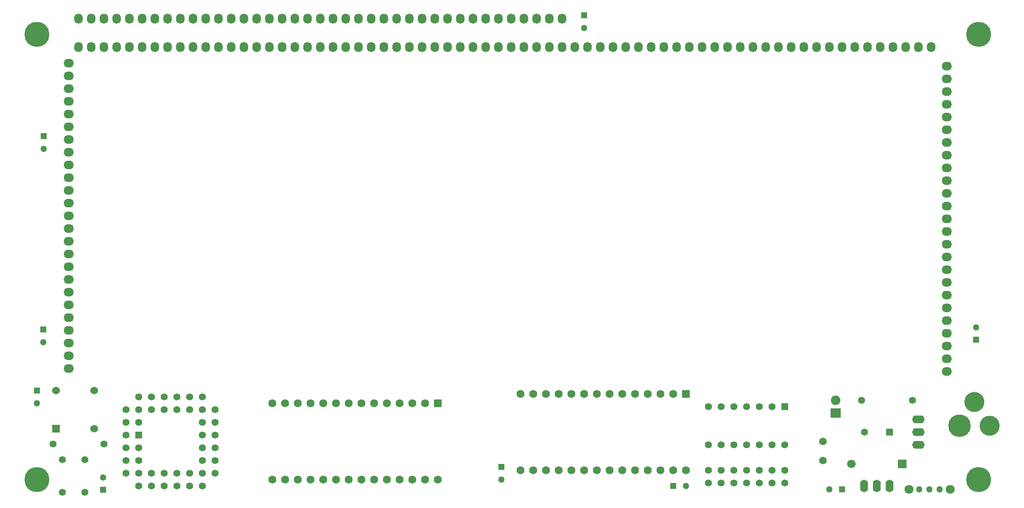
<source format=gts>
G04 #@! TF.FileFunction,Soldermask,Top*
%FSLAX46Y46*%
G04 Gerber Fmt 4.6, Leading zero omitted, Abs format (unit mm)*
G04 Created by KiCad (PCBNEW (2015-08-16 BZR 6097, Git b384c94)-product) date 10/3/2015 5:34:04 PM*
%MOMM*%
G01*
G04 APERTURE LIST*
%ADD10C,0.100000*%
%ADD11C,5.000000*%
%ADD12C,4.500000*%
%ADD13C,4.000000*%
%ADD14R,2.000000X1.900000*%
%ADD15C,1.900000*%
%ADD16C,1.400000*%
%ADD17C,1.300000*%
%ADD18C,1.800000*%
%ADD19R,1.524000X1.524000*%
%ADD20C,1.524000*%
%ADD21R,1.397000X1.397000*%
%ADD22C,1.397000*%
%ADD23R,1.300000X1.300000*%
%ADD24R,1.400000X1.400000*%
%ADD25C,1.699260*%
%ADD26R,1.699260X1.699260*%
%ADD27O,1.727200X2.032000*%
%ADD28R,1.600000X1.600000*%
%ADD29C,1.600000*%
%ADD30O,2.500000X1.600000*%
%ADD31O,1.600000X2.500000*%
%ADD32O,2.032000X1.727200*%
%ADD33C,1.501140*%
G04 APERTURE END LIST*
D10*
D11*
X45720000Y-52070000D03*
X45720000Y-140970000D03*
X233680000Y-140970000D03*
X233680000Y-52070000D03*
D12*
X229870000Y-130175000D03*
D13*
X235870000Y-130175000D03*
X232870000Y-125475000D03*
D14*
X205105000Y-127635000D03*
D15*
X205105000Y-125095000D03*
D16*
X50800000Y-143510000D03*
X50800000Y-137010000D03*
X55300000Y-143510000D03*
X55300000Y-137010000D03*
D17*
X221865000Y-142875000D03*
X225865000Y-142875000D03*
D18*
X219765000Y-142875000D03*
X227965000Y-142875000D03*
D17*
X223865000Y-142875000D03*
D19*
X49530000Y-130810000D03*
D20*
X57150000Y-130810000D03*
X49530000Y-123190000D03*
X57150000Y-123190000D03*
D21*
X66040000Y-132080000D03*
D22*
X63500000Y-134620000D03*
X66040000Y-134620000D03*
X63500000Y-137160000D03*
X66040000Y-137160000D03*
X63500000Y-139700000D03*
X66040000Y-142240000D03*
X66040000Y-139700000D03*
X68580000Y-142240000D03*
X68580000Y-139700000D03*
X71120000Y-142240000D03*
X71120000Y-139700000D03*
X73660000Y-142240000D03*
X73660000Y-139700000D03*
X76200000Y-142240000D03*
X76200000Y-139700000D03*
X78740000Y-142240000D03*
X81280000Y-139700000D03*
X78740000Y-139700000D03*
X81280000Y-137160000D03*
X78740000Y-137160000D03*
X81280000Y-134620000D03*
X78740000Y-134620000D03*
X81280000Y-132080000D03*
X78740000Y-132080000D03*
X81280000Y-129540000D03*
X78740000Y-129540000D03*
X81280000Y-127000000D03*
X78740000Y-124460000D03*
X78740000Y-127000000D03*
X76200000Y-124460000D03*
X76200000Y-127000000D03*
X73660000Y-124460000D03*
X73660000Y-127000000D03*
X71120000Y-124460000D03*
X71120000Y-127000000D03*
X68580000Y-124460000D03*
X68580000Y-127000000D03*
X66040000Y-124460000D03*
X63500000Y-127000000D03*
X66040000Y-127000000D03*
X63500000Y-129540000D03*
X66040000Y-129540000D03*
X63500000Y-132080000D03*
D23*
X58928000Y-143002000D03*
D17*
X58928000Y-140502000D03*
D24*
X215900000Y-131445000D03*
D16*
X210900000Y-131445000D03*
D23*
X138430000Y-138430000D03*
D17*
X138430000Y-140930000D03*
D23*
X206375000Y-142875000D03*
D17*
X203875000Y-142875000D03*
D23*
X45720000Y-123190000D03*
D17*
X45720000Y-125690000D03*
D23*
X172720000Y-142240000D03*
D17*
X175220000Y-142240000D03*
D23*
X233172000Y-113030000D03*
D17*
X233172000Y-110530000D03*
D23*
X46990000Y-110998000D03*
D17*
X46990000Y-113498000D03*
D23*
X47091600Y-72390000D03*
D17*
X47091600Y-74890000D03*
D23*
X154940000Y-48260000D03*
D17*
X154940000Y-50760000D03*
D25*
X208279480Y-137797540D03*
D26*
X218439480Y-137797540D03*
D27*
X109855000Y-54610000D03*
X112395000Y-54610000D03*
X114935000Y-54610000D03*
X117475000Y-54610000D03*
X120015000Y-54610000D03*
X122555000Y-54610000D03*
X125095000Y-54610000D03*
X127635000Y-54610000D03*
X130175000Y-54610000D03*
X132715000Y-54610000D03*
X135255000Y-54610000D03*
X137795000Y-54610000D03*
X140335000Y-54610000D03*
X142875000Y-54610000D03*
X145415000Y-54610000D03*
X147955000Y-54610000D03*
X150495000Y-54610000D03*
X153035000Y-54610000D03*
X155575000Y-54610000D03*
X158115000Y-54610000D03*
X160655000Y-54610000D03*
X163195000Y-54610000D03*
X165735000Y-54610000D03*
X168275000Y-54610000D03*
X170815000Y-54610000D03*
X173355000Y-54610000D03*
X175895000Y-54610000D03*
X178435000Y-54610000D03*
X180975000Y-54610000D03*
X183515000Y-54610000D03*
X186055000Y-54610000D03*
X188595000Y-54610000D03*
X191135000Y-54610000D03*
X193675000Y-54610000D03*
X196215000Y-54610000D03*
X221615000Y-54610000D03*
X219075000Y-54610000D03*
X216535000Y-54610000D03*
X213995000Y-54610000D03*
X211455000Y-54610000D03*
X208915000Y-54610000D03*
X206375000Y-54610000D03*
X203835000Y-54610000D03*
X201295000Y-54610000D03*
X198755000Y-54610000D03*
X196215000Y-54610000D03*
X193675000Y-54610000D03*
X191135000Y-54610000D03*
X188595000Y-54610000D03*
X186055000Y-54610000D03*
X183515000Y-54610000D03*
X180975000Y-54610000D03*
X178435000Y-54610000D03*
X175895000Y-54610000D03*
X173355000Y-54610000D03*
X170815000Y-54610000D03*
X168275000Y-54610000D03*
X165735000Y-54610000D03*
X163195000Y-54610000D03*
X160655000Y-54610000D03*
X158115000Y-54610000D03*
X155575000Y-54610000D03*
X153035000Y-54610000D03*
X150495000Y-54610000D03*
X147955000Y-54610000D03*
X145415000Y-54610000D03*
X142875000Y-54610000D03*
X140335000Y-54610000D03*
X137795000Y-54610000D03*
X135255000Y-54610000D03*
X132715000Y-54610000D03*
X130175000Y-54610000D03*
X127635000Y-54610000D03*
X125095000Y-54610000D03*
X107315000Y-54610000D03*
X104775000Y-54610000D03*
X102235000Y-54610000D03*
X99695000Y-54610000D03*
X97155000Y-54610000D03*
X94615000Y-54610000D03*
X92075000Y-54610000D03*
X89535000Y-54610000D03*
X86995000Y-54610000D03*
X84455000Y-54610000D03*
X81915000Y-54610000D03*
X79375000Y-54610000D03*
X76835000Y-54610000D03*
X74295000Y-54610000D03*
X71755000Y-54610000D03*
X69215000Y-54610000D03*
X66675000Y-54610000D03*
X64135000Y-54610000D03*
X61595000Y-54610000D03*
X59055000Y-54610000D03*
X56515000Y-54610000D03*
X53975000Y-54610000D03*
X224155000Y-54610000D03*
D28*
X175260000Y-123825000D03*
D29*
X172720000Y-123825000D03*
X170180000Y-123825000D03*
X167640000Y-123825000D03*
X165100000Y-123825000D03*
X162560000Y-123825000D03*
X160020000Y-123825000D03*
X157480000Y-123825000D03*
X154940000Y-123825000D03*
X152400000Y-123825000D03*
X149860000Y-123825000D03*
X147320000Y-123825000D03*
X144780000Y-123825000D03*
X142240000Y-123825000D03*
X142240000Y-139065000D03*
X144780000Y-139065000D03*
X147320000Y-139065000D03*
X149860000Y-139065000D03*
X152400000Y-139065000D03*
X154940000Y-139065000D03*
X157480000Y-139065000D03*
X160020000Y-139065000D03*
X162560000Y-139065000D03*
X165100000Y-139065000D03*
X167640000Y-139065000D03*
X170180000Y-139065000D03*
X172720000Y-139065000D03*
X175260000Y-139065000D03*
D28*
X125730000Y-125730000D03*
D29*
X123190000Y-125730000D03*
X120650000Y-125730000D03*
X118110000Y-125730000D03*
X115570000Y-125730000D03*
X113030000Y-125730000D03*
X110490000Y-125730000D03*
X107950000Y-125730000D03*
X105410000Y-125730000D03*
X102870000Y-125730000D03*
X100330000Y-125730000D03*
X97790000Y-125730000D03*
X95250000Y-125730000D03*
X92710000Y-125730000D03*
X92710000Y-140970000D03*
X95250000Y-140970000D03*
X97790000Y-140970000D03*
X100330000Y-140970000D03*
X102870000Y-140970000D03*
X105410000Y-140970000D03*
X107950000Y-140970000D03*
X110490000Y-140970000D03*
X113030000Y-140970000D03*
X115570000Y-140970000D03*
X118110000Y-140970000D03*
X120650000Y-140970000D03*
X123190000Y-140970000D03*
X125730000Y-140970000D03*
D30*
X221615000Y-131445000D03*
X221615000Y-128905000D03*
X221615000Y-133985000D03*
D31*
X213360000Y-142240000D03*
X215900000Y-142240000D03*
X210820000Y-142240000D03*
D32*
X227330000Y-119380000D03*
X227330000Y-116840000D03*
X227330000Y-114300000D03*
X227330000Y-111760000D03*
X227330000Y-109220000D03*
X227330000Y-106680000D03*
X227330000Y-104140000D03*
X227330000Y-101600000D03*
X227330000Y-99060000D03*
X227330000Y-96520000D03*
X227330000Y-93980000D03*
X227330000Y-91440000D03*
X227330000Y-88900000D03*
X227330000Y-86360000D03*
X227330000Y-83820000D03*
X227330000Y-81280000D03*
X227330000Y-78740000D03*
X227330000Y-76200000D03*
X227330000Y-73660000D03*
X227330000Y-71120000D03*
X227330000Y-68580000D03*
X227330000Y-66040000D03*
X227330000Y-63500000D03*
X227330000Y-60960000D03*
X227330000Y-58420000D03*
X52070000Y-118745000D03*
X52070000Y-116205000D03*
X52070000Y-113665000D03*
X52070000Y-111125000D03*
X52070000Y-108585000D03*
X52070000Y-106045000D03*
X52070000Y-103505000D03*
X52070000Y-100965000D03*
X52070000Y-98425000D03*
X52070000Y-95885000D03*
X52070000Y-93345000D03*
X52070000Y-90805000D03*
X52070000Y-88265000D03*
X52070000Y-85725000D03*
X52070000Y-83185000D03*
X52070000Y-80645000D03*
X52070000Y-78105000D03*
X52070000Y-75565000D03*
X52070000Y-73025000D03*
X52070000Y-70485000D03*
X52070000Y-67945000D03*
X52070000Y-65405000D03*
X52070000Y-62865000D03*
X52070000Y-60325000D03*
X52070000Y-57785000D03*
D27*
X150495000Y-48895000D03*
X147955000Y-48895000D03*
X145415000Y-48895000D03*
X142875000Y-48895000D03*
X140335000Y-48895000D03*
X137795000Y-48895000D03*
X135255000Y-48895000D03*
X132715000Y-48895000D03*
X130175000Y-48895000D03*
X127635000Y-48895000D03*
X125095000Y-48895000D03*
X122555000Y-48895000D03*
X120015000Y-48895000D03*
X117475000Y-48895000D03*
X114935000Y-48895000D03*
X112395000Y-48895000D03*
X109855000Y-48895000D03*
X107315000Y-48895000D03*
X104775000Y-48895000D03*
X102235000Y-48895000D03*
X99695000Y-48895000D03*
X97155000Y-48895000D03*
X94615000Y-48895000D03*
X92075000Y-48895000D03*
X89535000Y-48895000D03*
X86995000Y-48895000D03*
X84455000Y-48895000D03*
X81915000Y-48895000D03*
X79375000Y-48895000D03*
X76835000Y-48895000D03*
X74295000Y-48895000D03*
X71755000Y-48895000D03*
X69215000Y-48895000D03*
X66675000Y-48895000D03*
X64135000Y-48895000D03*
X61595000Y-48895000D03*
X59055000Y-48895000D03*
X56515000Y-48895000D03*
X53975000Y-48895000D03*
D24*
X194945000Y-126365000D03*
D16*
X192405000Y-126365000D03*
X189865000Y-126365000D03*
X187325000Y-126365000D03*
X184785000Y-126365000D03*
X182245000Y-126365000D03*
X179705000Y-126365000D03*
X179705000Y-133985000D03*
X182245000Y-133985000D03*
X184785000Y-133985000D03*
X187325000Y-133985000D03*
X189865000Y-133985000D03*
X192405000Y-133985000D03*
X194945000Y-133985000D03*
X179705000Y-139105640D03*
X179705000Y-141605000D03*
X182245000Y-139105640D03*
X182245000Y-141605000D03*
X184785000Y-139105640D03*
X184785000Y-141605000D03*
X187325000Y-139105640D03*
X187325000Y-141605000D03*
X189865000Y-139105640D03*
X189865000Y-141605000D03*
X192405000Y-139105640D03*
X192405000Y-141605000D03*
X194945000Y-139105640D03*
X194945000Y-141605000D03*
D33*
X202565000Y-137160000D03*
X202565000Y-133350000D03*
D16*
X59055000Y-133858000D03*
X48895000Y-133858000D03*
X210312000Y-125095000D03*
X220472000Y-125095000D03*
M02*

</source>
